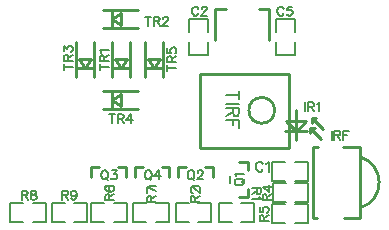
<source format=gto>
G04 Layer: TopSilkLayer*
G04 EasyEDA v6.2.35, 2019-08-16T20:57:05+08:00*
G04 ac69921650c84e06b2cbf5d8b71e85d1,46bf6a40d4384fdb86bc8fc37bf60e4c,10*
G04 Gerber Generator version 0.2*
G04 Scale: 100 percent, Rotated: No, Reflected: No *
G04 Dimensions in millimeters *
G04 leading zeros omitted , absolute positions ,3 integer and 3 decimal *
%FSLAX33Y33*%
%MOMM*%
G90*
G71D02*

%ADD10C,0.254000*%
%ADD11C,0.200000*%
%ADD32C,0.152400*%

%LPD*%
G54D10*
G01X22482Y18467D02*
G01X23381Y18467D01*
G01X23381Y15866D01*
G01X18782Y15866D02*
G01X18782Y18467D01*
G01X19681Y18467D01*
G01X21604Y3263D02*
G01X21604Y2604D01*
G01X21604Y3263D01*
G01X21604Y2604D01*
G01X20789Y2604D01*
G01X20789Y5523D02*
G01X21604Y5523D01*
G01X21604Y4864D01*
G54D11*
G01X20055Y4363D02*
G01X20055Y3764D01*
G54D10*
G01X17945Y5094D02*
G01X18604Y5094D01*
G01X17945Y5094D01*
G01X18604Y5094D01*
G01X18604Y4279D01*
G01X15685Y4279D02*
G01X15685Y5094D01*
G01X16344Y5094D01*
G54D11*
G01X16845Y3545D02*
G01X17444Y3545D01*
G01X23964Y16528D02*
G01X23964Y17628D01*
G01X25565Y17628D01*
G01X25565Y16528D01*
G01X23964Y15728D02*
G01X23964Y14628D01*
G01X24964Y14628D01*
G01X25565Y14628D01*
G01X25565Y15728D01*
G01X21011Y2070D02*
G01X22111Y2070D01*
G01X22111Y469D01*
G01X21011Y469D01*
G01X20212Y2070D02*
G01X19111Y2070D01*
G01X19111Y1070D01*
G01X19111Y469D01*
G01X20212Y469D01*
G01X16580Y469D02*
G01X15480Y469D01*
G01X15480Y2070D01*
G01X16580Y2070D01*
G01X17379Y469D02*
G01X18480Y469D01*
G01X18480Y1469D01*
G01X18480Y2070D01*
G01X17379Y2070D01*
G01X25583Y3721D02*
G01X26683Y3721D01*
G01X26683Y2120D01*
G01X25583Y2120D01*
G01X24784Y3721D02*
G01X23683Y3721D01*
G01X23683Y2721D01*
G01X23683Y2120D01*
G01X24784Y2120D01*
G01X25545Y1943D02*
G01X26645Y1943D01*
G01X26645Y342D01*
G01X25545Y342D01*
G01X24745Y1943D02*
G01X23645Y1943D01*
G01X23645Y943D01*
G01X23645Y342D01*
G01X24745Y342D01*
G01X16598Y16528D02*
G01X16598Y17628D01*
G01X18199Y17628D01*
G01X18199Y16528D01*
G01X16598Y15728D02*
G01X16598Y14628D01*
G01X17598Y14628D01*
G01X18199Y14628D01*
G01X18199Y15728D01*
G01X25545Y5499D02*
G01X26645Y5499D01*
G01X26645Y3898D01*
G01X25545Y3898D01*
G01X24745Y5499D02*
G01X23645Y5499D01*
G01X23645Y4499D01*
G01X23645Y3898D01*
G01X24745Y3898D01*
G01X10216Y2070D02*
G01X11316Y2070D01*
G01X11316Y469D01*
G01X10216Y469D01*
G01X9417Y2070D02*
G01X8316Y2070D01*
G01X8316Y1070D01*
G01X8316Y469D01*
G01X9417Y469D01*
G54D10*
G01X10579Y5094D02*
G01X11238Y5094D01*
G01X10579Y5094D01*
G01X11238Y5094D01*
G01X11238Y4279D01*
G01X8319Y4279D02*
G01X8319Y5094D01*
G01X8978Y5094D01*
G54D11*
G01X9479Y3545D02*
G01X10078Y3545D01*
G01X13772Y2070D02*
G01X14872Y2070D01*
G01X14872Y469D01*
G01X13772Y469D01*
G01X12973Y2070D02*
G01X11872Y2070D01*
G01X11872Y1070D01*
G01X11872Y469D01*
G01X12973Y469D01*
G54D10*
G01X14262Y5094D02*
G01X14921Y5094D01*
G01X14262Y5094D01*
G01X14921Y5094D01*
G01X14921Y4279D01*
G01X12002Y4279D02*
G01X12002Y5094D01*
G01X12661Y5094D01*
G54D11*
G01X13162Y3545D02*
G01X13761Y3545D01*
G54D10*
G01X27075Y810D02*
G01X27075Y6810D01*
G01X31075Y810D02*
G01X31075Y6810D01*
G01X31075Y6810D02*
G01X29629Y6810D01*
G01X31075Y810D02*
G01X29725Y810D01*
G01X27521Y6810D02*
G01X27075Y6810D01*
G01X27425Y810D02*
G01X27075Y810D01*
G01X25654Y9931D02*
G01X25654Y7366D01*
G01X26568Y8153D02*
G01X24739Y8153D01*
G01X25679Y8178D02*
G01X26517Y9017D01*
G01X24790Y9017D01*
G01X25628Y8178D01*
G01X25628Y8153D01*
G01X27765Y7466D02*
G01X26825Y8405D01*
G01X26825Y7999D01*
G01X26825Y8405D02*
G01X27206Y8405D01*
G01X27917Y8329D02*
G01X26977Y9269D01*
G01X26977Y8863D01*
G01X26977Y9269D02*
G01X27358Y9269D01*
G01X9294Y18403D02*
G01X12295Y18403D01*
G01X9294Y16902D02*
G01X12295Y16902D01*
G01X10044Y18403D02*
G01X10044Y16902D01*
G01X10044Y17653D02*
G01X10795Y18153D01*
G01X10795Y17152D01*
G01X10044Y17653D01*
G01X6996Y12723D02*
G01X6996Y15724D01*
G01X8497Y12723D02*
G01X8497Y15724D01*
G01X6996Y13473D02*
G01X8497Y13473D01*
G01X7747Y13473D02*
G01X7246Y14224D01*
G01X8247Y14224D01*
G01X7747Y13473D01*
G01X9294Y11545D02*
G01X12295Y11545D01*
G01X9294Y10044D02*
G01X12295Y10044D01*
G01X10044Y11545D02*
G01X10044Y10044D01*
G01X10044Y10795D02*
G01X10795Y11295D01*
G01X10795Y10294D01*
G01X10044Y10795D01*
G01X12838Y12723D02*
G01X12838Y15724D01*
G01X14339Y12723D02*
G01X14339Y15724D01*
G01X12838Y13473D02*
G01X14339Y13473D01*
G01X13589Y13473D02*
G01X13088Y14224D01*
G01X14089Y14224D01*
G01X13589Y13473D01*
G01X10044Y12723D02*
G01X10044Y15724D01*
G01X11545Y12723D02*
G01X11545Y15724D01*
G01X10044Y13473D02*
G01X11545Y13473D01*
G01X10795Y13473D02*
G01X10294Y14224D01*
G01X11295Y14224D01*
G01X10795Y13473D01*
G54D11*
G01X3358Y2070D02*
G01X4458Y2070D01*
G01X4458Y469D01*
G01X3358Y469D01*
G01X2559Y2070D02*
G01X1458Y2070D01*
G01X1458Y1070D01*
G01X1458Y469D01*
G01X2559Y469D01*
G01X6039Y469D02*
G01X4939Y469D01*
G01X4939Y2070D01*
G01X6039Y2070D01*
G01X6838Y469D02*
G01X7939Y469D01*
G01X7939Y1469D01*
G01X7939Y2070D01*
G01X6838Y2070D01*
G54D10*
G01X25019Y13017D02*
G01X25019Y6731D01*
G01X17526Y6731D01*
G01X17526Y13017D01*
G01X25019Y13017D01*
G54D32*
G01X20447Y3774D02*
G01X20482Y3700D01*
G01X20556Y3629D01*
G01X20629Y3591D01*
G01X20739Y3556D01*
G01X20919Y3556D01*
G01X21028Y3591D01*
G01X21102Y3629D01*
G01X21173Y3700D01*
G01X21211Y3774D01*
G01X21211Y3919D01*
G01X21173Y3992D01*
G01X21102Y4064D01*
G01X21028Y4102D01*
G01X20919Y4137D01*
G01X20739Y4137D01*
G01X20629Y4102D01*
G01X20556Y4064D01*
G01X20482Y3992D01*
G01X20447Y3919D01*
G01X20447Y3774D01*
G01X21066Y3883D02*
G01X21282Y4102D01*
G01X20591Y4378D02*
G01X20556Y4450D01*
G01X20447Y4559D01*
G01X21211Y4559D01*
G01X16667Y4826D02*
G01X16593Y4787D01*
G01X16522Y4716D01*
G01X16484Y4643D01*
G01X16449Y4533D01*
G01X16449Y4353D01*
G01X16484Y4244D01*
G01X16522Y4170D01*
G01X16593Y4097D01*
G01X16667Y4061D01*
G01X16812Y4061D01*
G01X16885Y4097D01*
G01X16957Y4170D01*
G01X16995Y4244D01*
G01X17030Y4353D01*
G01X17030Y4533D01*
G01X16995Y4643D01*
G01X16957Y4716D01*
G01X16885Y4787D01*
G01X16812Y4826D01*
G01X16667Y4826D01*
G01X16776Y4206D02*
G01X16995Y3990D01*
G01X17307Y4643D02*
G01X17307Y4681D01*
G01X17343Y4752D01*
G01X17378Y4787D01*
G01X17452Y4826D01*
G01X17597Y4826D01*
G01X17670Y4787D01*
G01X17706Y4752D01*
G01X17744Y4681D01*
G01X17744Y4607D01*
G01X17706Y4533D01*
G01X17635Y4424D01*
G01X17272Y4061D01*
G01X17780Y4061D01*
G01X24605Y18516D02*
G01X24566Y18590D01*
G01X24495Y18661D01*
G01X24422Y18699D01*
G01X24277Y18699D01*
G01X24203Y18661D01*
G01X24132Y18590D01*
G01X24094Y18516D01*
G01X24058Y18407D01*
G01X24058Y18227D01*
G01X24094Y18117D01*
G01X24132Y18044D01*
G01X24203Y17970D01*
G01X24277Y17934D01*
G01X24422Y17934D01*
G01X24495Y17970D01*
G01X24566Y18044D01*
G01X24605Y18117D01*
G01X25280Y18699D02*
G01X24917Y18699D01*
G01X24881Y18371D01*
G01X24917Y18407D01*
G01X25026Y18445D01*
G01X25135Y18445D01*
G01X25245Y18407D01*
G01X25316Y18336D01*
G01X25354Y18227D01*
G01X25354Y18153D01*
G01X25316Y18044D01*
G01X25245Y17970D01*
G01X25135Y17934D01*
G01X25026Y17934D01*
G01X24917Y17970D01*
G01X24881Y18008D01*
G01X24843Y18079D01*
G01X22661Y3302D02*
G01X21897Y3302D01*
G01X22661Y3302D02*
G01X22661Y2974D01*
G01X22623Y2865D01*
G01X22588Y2829D01*
G01X22517Y2794D01*
G01X22443Y2794D01*
G01X22369Y2829D01*
G01X22334Y2865D01*
G01X22298Y2974D01*
G01X22298Y3302D01*
G01X22298Y3048D02*
G01X21897Y2794D01*
G01X22517Y2552D02*
G01X22552Y2479D01*
G01X22661Y2372D01*
G01X21897Y2372D01*
G01X16708Y2159D02*
G01X17472Y2159D01*
G01X16708Y2159D02*
G01X16708Y2486D01*
G01X16746Y2595D01*
G01X16781Y2631D01*
G01X16852Y2667D01*
G01X16926Y2667D01*
G01X17000Y2631D01*
G01X17035Y2595D01*
G01X17071Y2486D01*
G01X17071Y2159D01*
G01X17071Y2413D02*
G01X17472Y2667D01*
G01X16891Y2943D02*
G01X16852Y2943D01*
G01X16781Y2981D01*
G01X16746Y3017D01*
G01X16708Y3088D01*
G01X16708Y3235D01*
G01X16746Y3307D01*
G01X16781Y3345D01*
G01X16852Y3380D01*
G01X16926Y3380D01*
G01X17000Y3345D01*
G01X17109Y3271D01*
G01X17472Y2908D01*
G01X17472Y3416D01*
G01X22804Y2286D02*
G01X23568Y2286D01*
G01X22804Y2286D02*
G01X22804Y2613D01*
G01X22842Y2722D01*
G01X22877Y2758D01*
G01X22948Y2794D01*
G01X23022Y2794D01*
G01X23096Y2758D01*
G01X23131Y2722D01*
G01X23167Y2613D01*
G01X23167Y2286D01*
G01X23167Y2540D02*
G01X23568Y2794D01*
G01X22804Y3398D02*
G01X23314Y3035D01*
G01X23314Y3581D01*
G01X22804Y3398D02*
G01X23568Y3398D01*
G01X22550Y508D02*
G01X23314Y508D01*
G01X22550Y508D02*
G01X22550Y835D01*
G01X22588Y944D01*
G01X22623Y980D01*
G01X22694Y1016D01*
G01X22768Y1016D01*
G01X22842Y980D01*
G01X22877Y944D01*
G01X22913Y835D01*
G01X22913Y508D01*
G01X22913Y762D02*
G01X23314Y1016D01*
G01X22550Y1694D02*
G01X22550Y1330D01*
G01X22877Y1292D01*
G01X22842Y1330D01*
G01X22804Y1437D01*
G01X22804Y1546D01*
G01X22842Y1656D01*
G01X22913Y1729D01*
G01X23022Y1765D01*
G01X23096Y1765D01*
G01X23205Y1729D01*
G01X23279Y1656D01*
G01X23314Y1546D01*
G01X23314Y1437D01*
G01X23279Y1330D01*
G01X23241Y1292D01*
G01X23169Y1257D01*
G01X17365Y18516D02*
G01X17327Y18590D01*
G01X17256Y18661D01*
G01X17183Y18699D01*
G01X17038Y18699D01*
G01X16964Y18661D01*
G01X16893Y18590D01*
G01X16855Y18516D01*
G01X16819Y18407D01*
G01X16819Y18227D01*
G01X16855Y18117D01*
G01X16893Y18044D01*
G01X16964Y17970D01*
G01X17038Y17934D01*
G01X17183Y17934D01*
G01X17256Y17970D01*
G01X17327Y18044D01*
G01X17365Y18117D01*
G01X17642Y18516D02*
G01X17642Y18554D01*
G01X17678Y18625D01*
G01X17713Y18661D01*
G01X17787Y18699D01*
G01X17932Y18699D01*
G01X18006Y18661D01*
G01X18041Y18625D01*
G01X18077Y18554D01*
G01X18077Y18481D01*
G01X18041Y18407D01*
G01X17967Y18298D01*
G01X17604Y17934D01*
G01X18115Y17934D01*
G01X22839Y5366D02*
G01X22796Y5448D01*
G01X22715Y5529D01*
G01X22633Y5570D01*
G01X22471Y5570D01*
G01X22387Y5529D01*
G01X22306Y5448D01*
G01X22265Y5366D01*
G01X22225Y5242D01*
G01X22225Y5039D01*
G01X22265Y4917D01*
G01X22306Y4833D01*
G01X22387Y4752D01*
G01X22471Y4711D01*
G01X22633Y4711D01*
G01X22715Y4752D01*
G01X22796Y4833D01*
G01X22839Y4917D01*
G01X23108Y5407D02*
G01X23190Y5448D01*
G01X23312Y5570D01*
G01X23312Y4711D01*
G01X9469Y2286D02*
G01X10233Y2286D01*
G01X9469Y2286D02*
G01X9469Y2613D01*
G01X9507Y2722D01*
G01X9542Y2758D01*
G01X9613Y2794D01*
G01X9687Y2794D01*
G01X9761Y2758D01*
G01X9796Y2722D01*
G01X9832Y2613D01*
G01X9832Y2286D01*
G01X9832Y2540D02*
G01X10233Y2794D01*
G01X9578Y3472D02*
G01X9507Y3434D01*
G01X9469Y3324D01*
G01X9469Y3253D01*
G01X9507Y3144D01*
G01X9613Y3070D01*
G01X9796Y3035D01*
G01X9979Y3035D01*
G01X10124Y3070D01*
G01X10198Y3144D01*
G01X10233Y3253D01*
G01X10233Y3289D01*
G01X10198Y3398D01*
G01X10124Y3472D01*
G01X10015Y3507D01*
G01X9979Y3507D01*
G01X9870Y3472D01*
G01X9796Y3398D01*
G01X9761Y3289D01*
G01X9761Y3253D01*
G01X9796Y3144D01*
G01X9870Y3070D01*
G01X9979Y3035D01*
G01X9362Y4825D02*
G01X9288Y4790D01*
G01X9217Y4716D01*
G01X9179Y4643D01*
G01X9144Y4533D01*
G01X9144Y4353D01*
G01X9179Y4244D01*
G01X9217Y4170D01*
G01X9288Y4099D01*
G01X9362Y4061D01*
G01X9507Y4061D01*
G01X9580Y4099D01*
G01X9652Y4170D01*
G01X9690Y4244D01*
G01X9725Y4353D01*
G01X9725Y4533D01*
G01X9690Y4643D01*
G01X9652Y4716D01*
G01X9580Y4790D01*
G01X9507Y4825D01*
G01X9362Y4825D01*
G01X9471Y4206D02*
G01X9690Y3990D01*
G01X10038Y4825D02*
G01X10439Y4825D01*
G01X10220Y4533D01*
G01X10330Y4533D01*
G01X10401Y4498D01*
G01X10439Y4462D01*
G01X10474Y4353D01*
G01X10474Y4279D01*
G01X10439Y4170D01*
G01X10365Y4099D01*
G01X10256Y4061D01*
G01X10147Y4061D01*
G01X10038Y4099D01*
G01X10002Y4135D01*
G01X9966Y4206D01*
G01X13025Y2159D02*
G01X13789Y2159D01*
G01X13025Y2159D02*
G01X13025Y2486D01*
G01X13063Y2595D01*
G01X13098Y2631D01*
G01X13169Y2667D01*
G01X13243Y2667D01*
G01X13317Y2631D01*
G01X13352Y2595D01*
G01X13388Y2486D01*
G01X13388Y2159D01*
G01X13388Y2413D02*
G01X13789Y2667D01*
G01X13025Y3416D02*
G01X13789Y3053D01*
G01X13025Y2908D02*
G01X13025Y3416D01*
G01X13045Y4825D02*
G01X12971Y4790D01*
G01X12900Y4716D01*
G01X12862Y4643D01*
G01X12827Y4533D01*
G01X12827Y4353D01*
G01X12862Y4244D01*
G01X12900Y4170D01*
G01X12971Y4099D01*
G01X13045Y4061D01*
G01X13190Y4061D01*
G01X13263Y4099D01*
G01X13335Y4170D01*
G01X13373Y4244D01*
G01X13408Y4353D01*
G01X13408Y4533D01*
G01X13373Y4643D01*
G01X13335Y4716D01*
G01X13263Y4790D01*
G01X13190Y4825D01*
G01X13045Y4825D01*
G01X13154Y4206D02*
G01X13373Y3990D01*
G01X14013Y4825D02*
G01X13649Y4315D01*
G01X14193Y4315D01*
G01X14013Y4825D02*
G01X14013Y4061D01*
G01X28648Y8183D02*
G01X28648Y7419D01*
G01X28887Y8183D02*
G01X28887Y7419D01*
G01X28887Y8183D02*
G01X29215Y8183D01*
G01X29324Y8145D01*
G01X29362Y8110D01*
G01X29397Y8039D01*
G01X29397Y7965D01*
G01X29362Y7891D01*
G01X29324Y7856D01*
G01X29215Y7820D01*
G01X28887Y7820D01*
G01X29143Y7820D02*
G01X29397Y7419D01*
G01X29636Y8183D02*
G01X29636Y7419D01*
G01X29636Y8183D02*
G01X30111Y8183D01*
G01X29636Y7820D02*
G01X29928Y7820D01*
G01X26417Y10596D02*
G01X26417Y9832D01*
G01X26655Y10596D02*
G01X26655Y9832D01*
G01X26655Y10596D02*
G01X26983Y10596D01*
G01X27092Y10558D01*
G01X27128Y10523D01*
G01X27166Y10452D01*
G01X27166Y10378D01*
G01X27128Y10304D01*
G01X27092Y10269D01*
G01X26983Y10233D01*
G01X26655Y10233D01*
G01X26909Y10233D02*
G01X27166Y9832D01*
G01X27405Y10452D02*
G01X27478Y10487D01*
G01X27587Y10596D01*
G01X27587Y9832D01*
G01X13081Y17835D02*
G01X13081Y17070D01*
G01X12827Y17835D02*
G01X13335Y17835D01*
G01X13576Y17835D02*
G01X13576Y17070D01*
G01X13576Y17835D02*
G01X13903Y17835D01*
G01X14013Y17799D01*
G01X14048Y17761D01*
G01X14084Y17690D01*
G01X14084Y17616D01*
G01X14048Y17545D01*
G01X14013Y17507D01*
G01X13903Y17471D01*
G01X13576Y17471D01*
G01X13830Y17471D02*
G01X14084Y17070D01*
G01X14361Y17654D02*
G01X14361Y17690D01*
G01X14396Y17761D01*
G01X14434Y17799D01*
G01X14505Y17835D01*
G01X14653Y17835D01*
G01X14724Y17799D01*
G01X14762Y17761D01*
G01X14798Y17690D01*
G01X14798Y17616D01*
G01X14762Y17545D01*
G01X14688Y17436D01*
G01X14325Y17070D01*
G01X14833Y17070D01*
G01X5969Y13614D02*
G01X6733Y13614D01*
G01X5969Y13360D02*
G01X5969Y13868D01*
G01X5969Y14109D02*
G01X6733Y14109D01*
G01X5969Y14109D02*
G01X5969Y14437D01*
G01X6004Y14546D01*
G01X6042Y14582D01*
G01X6113Y14617D01*
G01X6187Y14617D01*
G01X6258Y14582D01*
G01X6296Y14546D01*
G01X6332Y14437D01*
G01X6332Y14109D01*
G01X6332Y14363D02*
G01X6733Y14617D01*
G01X5969Y14930D02*
G01X5969Y15331D01*
G01X6258Y15113D01*
G01X6258Y15222D01*
G01X6296Y15295D01*
G01X6332Y15331D01*
G01X6441Y15367D01*
G01X6515Y15367D01*
G01X6624Y15331D01*
G01X6695Y15257D01*
G01X6733Y15148D01*
G01X6733Y15039D01*
G01X6695Y14930D01*
G01X6659Y14894D01*
G01X6586Y14859D01*
G01X10033Y9580D02*
G01X10033Y8815D01*
G01X9779Y9580D02*
G01X10287Y9580D01*
G01X10528Y9580D02*
G01X10528Y8815D01*
G01X10528Y9580D02*
G01X10855Y9580D01*
G01X10965Y9544D01*
G01X11000Y9506D01*
G01X11036Y9435D01*
G01X11036Y9361D01*
G01X11000Y9290D01*
G01X10965Y9252D01*
G01X10855Y9216D01*
G01X10528Y9216D01*
G01X10782Y9216D02*
G01X11036Y8815D01*
G01X11640Y9580D02*
G01X11277Y9072D01*
G01X11823Y9072D01*
G01X11640Y9580D02*
G01X11640Y8815D01*
G01X14732Y13487D02*
G01X15496Y13487D01*
G01X14732Y13233D02*
G01X14732Y13741D01*
G01X14732Y13982D02*
G01X15496Y13982D01*
G01X14732Y13982D02*
G01X14732Y14310D01*
G01X14767Y14419D01*
G01X14805Y14455D01*
G01X14876Y14490D01*
G01X14950Y14490D01*
G01X15021Y14455D01*
G01X15059Y14419D01*
G01X15095Y14310D01*
G01X15095Y13982D01*
G01X15095Y14236D02*
G01X15496Y14490D01*
G01X14732Y15168D02*
G01X14732Y14803D01*
G01X15059Y14767D01*
G01X15021Y14803D01*
G01X14986Y14912D01*
G01X14986Y15021D01*
G01X15021Y15130D01*
G01X15095Y15204D01*
G01X15204Y15240D01*
G01X15278Y15240D01*
G01X15387Y15204D01*
G01X15458Y15130D01*
G01X15496Y15021D01*
G01X15496Y14912D01*
G01X15458Y14803D01*
G01X15422Y14767D01*
G01X15349Y14732D01*
G01X9017Y13561D02*
G01X9781Y13561D01*
G01X9017Y13307D02*
G01X9017Y13815D01*
G01X9017Y14056D02*
G01X9781Y14056D01*
G01X9017Y14056D02*
G01X9017Y14383D01*
G01X9052Y14493D01*
G01X9090Y14528D01*
G01X9161Y14564D01*
G01X9235Y14564D01*
G01X9306Y14528D01*
G01X9344Y14493D01*
G01X9380Y14383D01*
G01X9380Y14056D01*
G01X9380Y14310D02*
G01X9781Y14564D01*
G01X9161Y14805D02*
G01X9126Y14876D01*
G01X9017Y14985D01*
G01X9781Y14985D01*
G01X2413Y3103D02*
G01X2413Y2339D01*
G01X2413Y3103D02*
G01X2740Y3103D01*
G01X2849Y3065D01*
G01X2885Y3030D01*
G01X2921Y2959D01*
G01X2921Y2885D01*
G01X2885Y2811D01*
G01X2849Y2776D01*
G01X2740Y2740D01*
G01X2413Y2740D01*
G01X2667Y2740D02*
G01X2921Y2339D01*
G01X3342Y3103D02*
G01X3235Y3065D01*
G01X3197Y2994D01*
G01X3197Y2921D01*
G01X3235Y2849D01*
G01X3307Y2811D01*
G01X3451Y2776D01*
G01X3561Y2740D01*
G01X3634Y2667D01*
G01X3670Y2593D01*
G01X3670Y2484D01*
G01X3634Y2413D01*
G01X3599Y2374D01*
G01X3489Y2339D01*
G01X3342Y2339D01*
G01X3235Y2374D01*
G01X3197Y2413D01*
G01X3162Y2484D01*
G01X3162Y2593D01*
G01X3197Y2667D01*
G01X3271Y2740D01*
G01X3380Y2776D01*
G01X3525Y2811D01*
G01X3599Y2849D01*
G01X3634Y2921D01*
G01X3634Y2994D01*
G01X3599Y3065D01*
G01X3489Y3103D01*
G01X3342Y3103D01*
G01X5842Y3103D02*
G01X5842Y2339D01*
G01X5842Y3103D02*
G01X6169Y3103D01*
G01X6278Y3065D01*
G01X6314Y3030D01*
G01X6350Y2959D01*
G01X6350Y2885D01*
G01X6314Y2811D01*
G01X6278Y2776D01*
G01X6169Y2740D01*
G01X5842Y2740D01*
G01X6096Y2740D02*
G01X6350Y2339D01*
G01X7063Y2849D02*
G01X7028Y2740D01*
G01X6954Y2667D01*
G01X6845Y2631D01*
G01X6809Y2631D01*
G01X6700Y2667D01*
G01X6626Y2740D01*
G01X6591Y2849D01*
G01X6591Y2885D01*
G01X6626Y2994D01*
G01X6700Y3065D01*
G01X6809Y3103D01*
G01X6845Y3103D01*
G01X6954Y3065D01*
G01X7028Y2994D01*
G01X7063Y2849D01*
G01X7063Y2667D01*
G01X7028Y2484D01*
G01X6954Y2374D01*
G01X6845Y2339D01*
G01X6771Y2339D01*
G01X6664Y2374D01*
G01X6626Y2448D01*
G01X20815Y11193D02*
G01X19725Y11193D01*
G01X20815Y11557D02*
G01X20815Y10830D01*
G01X20815Y10487D02*
G01X19725Y10487D01*
G01X20815Y10144D02*
G01X19725Y10144D01*
G01X20815Y10144D02*
G01X20815Y9677D01*
G01X20764Y9519D01*
G01X20713Y9469D01*
G01X20609Y9415D01*
G01X20505Y9415D01*
G01X20401Y9469D01*
G01X20347Y9519D01*
G01X20297Y9677D01*
G01X20297Y10144D01*
G01X20297Y9779D02*
G01X19725Y9415D01*
G01X20815Y9072D02*
G01X19725Y9072D01*
G01X20815Y9072D02*
G01X20815Y8397D01*
G01X20297Y9072D02*
G01X20297Y8658D01*
G54D10*
G75*
G01X31075Y1656D02*
G03X31075Y5964I-650J2154D01*
G01*
G75*
G01X23825Y9906D02*
G03X23825Y9906I-1092J0D01*
G01*
M00*
M02*

</source>
